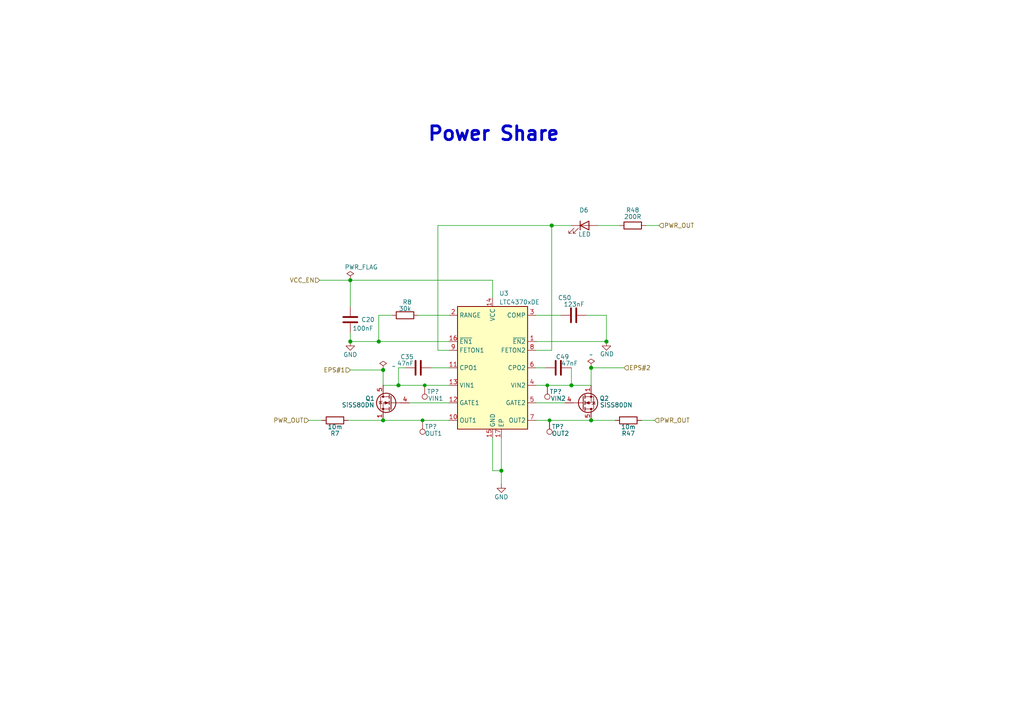
<source format=kicad_sch>
(kicad_sch (version 20211123) (generator eeschema)

  (uuid 2fea3fd4-eca3-456c-acc3-f7ff04372db3)

  (paper "A4")

  (lib_symbols
    (symbol "Connector:TestPoint" (pin_numbers hide) (pin_names (offset 0.762) hide) (in_bom yes) (on_board yes)
      (property "Reference" "TP" (id 0) (at 0 6.858 0)
        (effects (font (size 1.27 1.27)))
      )
      (property "Value" "TestPoint" (id 1) (at 0 5.08 0)
        (effects (font (size 1.27 1.27)))
      )
      (property "Footprint" "" (id 2) (at 5.08 0 0)
        (effects (font (size 1.27 1.27)) hide)
      )
      (property "Datasheet" "~" (id 3) (at 5.08 0 0)
        (effects (font (size 1.27 1.27)) hide)
      )
      (property "ki_keywords" "test point tp" (id 4) (at 0 0 0)
        (effects (font (size 1.27 1.27)) hide)
      )
      (property "ki_description" "test point" (id 5) (at 0 0 0)
        (effects (font (size 1.27 1.27)) hide)
      )
      (property "ki_fp_filters" "Pin* Test*" (id 6) (at 0 0 0)
        (effects (font (size 1.27 1.27)) hide)
      )
      (symbol "TestPoint_0_1"
        (circle (center 0 3.302) (radius 0.762)
          (stroke (width 0) (type default) (color 0 0 0 0))
          (fill (type none))
        )
      )
      (symbol "TestPoint_1_1"
        (pin passive line (at 0 0 90) (length 2.54)
          (name "1" (effects (font (size 1.27 1.27))))
          (number "1" (effects (font (size 1.27 1.27))))
        )
      )
    )
    (symbol "Device:C" (pin_numbers hide) (pin_names (offset 0.254)) (in_bom yes) (on_board yes)
      (property "Reference" "C" (id 0) (at 0.635 2.54 0)
        (effects (font (size 1.27 1.27)) (justify left))
      )
      (property "Value" "C" (id 1) (at 0.635 -2.54 0)
        (effects (font (size 1.27 1.27)) (justify left))
      )
      (property "Footprint" "" (id 2) (at 0.9652 -3.81 0)
        (effects (font (size 1.27 1.27)) hide)
      )
      (property "Datasheet" "~" (id 3) (at 0 0 0)
        (effects (font (size 1.27 1.27)) hide)
      )
      (property "ki_keywords" "cap capacitor" (id 4) (at 0 0 0)
        (effects (font (size 1.27 1.27)) hide)
      )
      (property "ki_description" "Unpolarized capacitor" (id 5) (at 0 0 0)
        (effects (font (size 1.27 1.27)) hide)
      )
      (property "ki_fp_filters" "C_*" (id 6) (at 0 0 0)
        (effects (font (size 1.27 1.27)) hide)
      )
      (symbol "C_0_1"
        (polyline
          (pts
            (xy -2.032 -0.762)
            (xy 2.032 -0.762)
          )
          (stroke (width 0.508) (type default) (color 0 0 0 0))
          (fill (type none))
        )
        (polyline
          (pts
            (xy -2.032 0.762)
            (xy 2.032 0.762)
          )
          (stroke (width 0.508) (type default) (color 0 0 0 0))
          (fill (type none))
        )
      )
      (symbol "C_1_1"
        (pin passive line (at 0 3.81 270) (length 2.794)
          (name "~" (effects (font (size 1.27 1.27))))
          (number "1" (effects (font (size 1.27 1.27))))
        )
        (pin passive line (at 0 -3.81 90) (length 2.794)
          (name "~" (effects (font (size 1.27 1.27))))
          (number "2" (effects (font (size 1.27 1.27))))
        )
      )
    )
    (symbol "Device:LED" (pin_numbers hide) (pin_names (offset 1.016) hide) (in_bom yes) (on_board yes)
      (property "Reference" "D" (id 0) (at 0 2.54 0)
        (effects (font (size 1.27 1.27)))
      )
      (property "Value" "LED" (id 1) (at 0 -2.54 0)
        (effects (font (size 1.27 1.27)))
      )
      (property "Footprint" "" (id 2) (at 0 0 0)
        (effects (font (size 1.27 1.27)) hide)
      )
      (property "Datasheet" "~" (id 3) (at 0 0 0)
        (effects (font (size 1.27 1.27)) hide)
      )
      (property "ki_keywords" "LED diode" (id 4) (at 0 0 0)
        (effects (font (size 1.27 1.27)) hide)
      )
      (property "ki_description" "Light emitting diode" (id 5) (at 0 0 0)
        (effects (font (size 1.27 1.27)) hide)
      )
      (property "ki_fp_filters" "LED* LED_SMD:* LED_THT:*" (id 6) (at 0 0 0)
        (effects (font (size 1.27 1.27)) hide)
      )
      (symbol "LED_0_1"
        (polyline
          (pts
            (xy -1.27 -1.27)
            (xy -1.27 1.27)
          )
          (stroke (width 0.254) (type default) (color 0 0 0 0))
          (fill (type none))
        )
        (polyline
          (pts
            (xy -1.27 0)
            (xy 1.27 0)
          )
          (stroke (width 0) (type default) (color 0 0 0 0))
          (fill (type none))
        )
        (polyline
          (pts
            (xy 1.27 -1.27)
            (xy 1.27 1.27)
            (xy -1.27 0)
            (xy 1.27 -1.27)
          )
          (stroke (width 0.254) (type default) (color 0 0 0 0))
          (fill (type none))
        )
        (polyline
          (pts
            (xy -3.048 -0.762)
            (xy -4.572 -2.286)
            (xy -3.81 -2.286)
            (xy -4.572 -2.286)
            (xy -4.572 -1.524)
          )
          (stroke (width 0) (type default) (color 0 0 0 0))
          (fill (type none))
        )
        (polyline
          (pts
            (xy -1.778 -0.762)
            (xy -3.302 -2.286)
            (xy -2.54 -2.286)
            (xy -3.302 -2.286)
            (xy -3.302 -1.524)
          )
          (stroke (width 0) (type default) (color 0 0 0 0))
          (fill (type none))
        )
      )
      (symbol "LED_1_1"
        (pin passive line (at -3.81 0 0) (length 2.54)
          (name "K" (effects (font (size 1.27 1.27))))
          (number "1" (effects (font (size 1.27 1.27))))
        )
        (pin passive line (at 3.81 0 180) (length 2.54)
          (name "A" (effects (font (size 1.27 1.27))))
          (number "2" (effects (font (size 1.27 1.27))))
        )
      )
    )
    (symbol "Device:R" (pin_numbers hide) (pin_names (offset 0)) (in_bom yes) (on_board yes)
      (property "Reference" "R" (id 0) (at 2.032 0 90)
        (effects (font (size 1.27 1.27)))
      )
      (property "Value" "R" (id 1) (at 0 0 90)
        (effects (font (size 1.27 1.27)))
      )
      (property "Footprint" "" (id 2) (at -1.778 0 90)
        (effects (font (size 1.27 1.27)) hide)
      )
      (property "Datasheet" "~" (id 3) (at 0 0 0)
        (effects (font (size 1.27 1.27)) hide)
      )
      (property "ki_keywords" "R res resistor" (id 4) (at 0 0 0)
        (effects (font (size 1.27 1.27)) hide)
      )
      (property "ki_description" "Resistor" (id 5) (at 0 0 0)
        (effects (font (size 1.27 1.27)) hide)
      )
      (property "ki_fp_filters" "R_*" (id 6) (at 0 0 0)
        (effects (font (size 1.27 1.27)) hide)
      )
      (symbol "R_0_1"
        (rectangle (start -1.016 -2.54) (end 1.016 2.54)
          (stroke (width 0.254) (type default) (color 0 0 0 0))
          (fill (type none))
        )
      )
      (symbol "R_1_1"
        (pin passive line (at 0 3.81 270) (length 1.27)
          (name "~" (effects (font (size 1.27 1.27))))
          (number "1" (effects (font (size 1.27 1.27))))
        )
        (pin passive line (at 0 -3.81 90) (length 1.27)
          (name "~" (effects (font (size 1.27 1.27))))
          (number "2" (effects (font (size 1.27 1.27))))
        )
      )
    )
    (symbol "Power_Management:LTC4370xDE" (in_bom yes) (on_board yes)
      (property "Reference" "U" (id 0) (at -8.89 19.05 0)
        (effects (font (size 1.27 1.27)))
      )
      (property "Value" "LTC4370xDE" (id 1) (at 7.62 19.05 0)
        (effects (font (size 1.27 1.27)))
      )
      (property "Footprint" "Package_DFN_QFN:DFN-16-1EP_3x4mm_P0.45mm_EP1.7x3.3mm" (id 2) (at 0 -22.86 0)
        (effects (font (size 1.27 1.27)) hide)
      )
      (property "Datasheet" "https://www.analog.com/media/en/technical-documentation/data-sheets/4370f.pdf" (id 3) (at 2.54 0 0)
        (effects (font (size 1.27 1.27)) hide)
      )
      (property "ki_keywords" "ideal-diode or-ing current sharing load balancing" (id 4) (at 0 0 0)
        (effects (font (size 1.27 1.27)) hide)
      )
      (property "ki_description" "OR Controller Current Sharing Controller N-Channel 2:1, DFN-16" (id 5) (at 0 0 0)
        (effects (font (size 1.27 1.27)) hide)
      )
      (property "ki_fp_filters" "DFN*1EP*3x4mm*P0.45mm*" (id 6) (at 0 0 0)
        (effects (font (size 1.27 1.27)) hide)
      )
      (symbol "LTC4370xDE_0_1"
        (rectangle (start -10.16 17.78) (end 10.16 -17.78)
          (stroke (width 0.254) (type default) (color 0 0 0 0))
          (fill (type background))
        )
      )
      (symbol "LTC4370xDE_1_1"
        (pin input line (at 12.7 7.62 180) (length 2.54)
          (name "~{EN2}" (effects (font (size 1.27 1.27))))
          (number "1" (effects (font (size 1.27 1.27))))
        )
        (pin input line (at -12.7 -15.24 0) (length 2.54)
          (name "OUT1" (effects (font (size 1.27 1.27))))
          (number "10" (effects (font (size 1.27 1.27))))
        )
        (pin passive line (at -12.7 0 0) (length 2.54)
          (name "CPO1" (effects (font (size 1.27 1.27))))
          (number "11" (effects (font (size 1.27 1.27))))
        )
        (pin output line (at -12.7 -10.16 0) (length 2.54)
          (name "GATE1" (effects (font (size 1.27 1.27))))
          (number "12" (effects (font (size 1.27 1.27))))
        )
        (pin power_in line (at -12.7 -5.08 0) (length 2.54)
          (name "VIN1" (effects (font (size 1.27 1.27))))
          (number "13" (effects (font (size 1.27 1.27))))
        )
        (pin power_in line (at 0 20.32 270) (length 2.54)
          (name "VCC" (effects (font (size 1.27 1.27))))
          (number "14" (effects (font (size 1.27 1.27))))
        )
        (pin power_in line (at 0 -20.32 90) (length 2.54)
          (name "GND" (effects (font (size 1.27 1.27))))
          (number "15" (effects (font (size 1.27 1.27))))
        )
        (pin input line (at -12.7 7.62 0) (length 2.54)
          (name "~{EN1}" (effects (font (size 1.27 1.27))))
          (number "16" (effects (font (size 1.27 1.27))))
        )
        (pin passive line (at 2.54 -20.32 90) (length 2.54)
          (name "EP" (effects (font (size 1.27 1.27))))
          (number "17" (effects (font (size 1.27 1.27))))
        )
        (pin passive line (at -12.7 15.24 0) (length 2.54)
          (name "RANGE" (effects (font (size 1.27 1.27))))
          (number "2" (effects (font (size 1.27 1.27))))
        )
        (pin passive line (at 12.7 15.24 180) (length 2.54)
          (name "COMP" (effects (font (size 1.27 1.27))))
          (number "3" (effects (font (size 1.27 1.27))))
        )
        (pin power_in line (at 12.7 -5.08 180) (length 2.54)
          (name "VIN2" (effects (font (size 1.27 1.27))))
          (number "4" (effects (font (size 1.27 1.27))))
        )
        (pin output line (at 12.7 -10.16 180) (length 2.54)
          (name "GATE2" (effects (font (size 1.27 1.27))))
          (number "5" (effects (font (size 1.27 1.27))))
        )
        (pin passive line (at 12.7 0 180) (length 2.54)
          (name "CPO2" (effects (font (size 1.27 1.27))))
          (number "6" (effects (font (size 1.27 1.27))))
        )
        (pin input line (at 12.7 -15.24 180) (length 2.54)
          (name "OUT2" (effects (font (size 1.27 1.27))))
          (number "7" (effects (font (size 1.27 1.27))))
        )
        (pin open_collector line (at 12.7 5.08 180) (length 2.54)
          (name "FETON2" (effects (font (size 1.27 1.27))))
          (number "8" (effects (font (size 1.27 1.27))))
        )
        (pin open_collector line (at -12.7 5.08 0) (length 2.54)
          (name "FETON1" (effects (font (size 1.27 1.27))))
          (number "9" (effects (font (size 1.27 1.27))))
        )
      )
    )
    (symbol "Transistor_FET:SiS454DN" (pin_names hide) (in_bom yes) (on_board yes)
      (property "Reference" "Q" (id 0) (at 5.08 1.905 0)
        (effects (font (size 1.27 1.27)) (justify left))
      )
      (property "Value" "SiS454DN" (id 1) (at 5.08 0 0)
        (effects (font (size 1.27 1.27)) (justify left))
      )
      (property "Footprint" "Package_SO:Vishay_PowerPAK_1212-8_Single" (id 2) (at 5.08 -1.905 0)
        (effects (font (size 1.27 1.27) italic) (justify left) hide)
      )
      (property "Datasheet" "https://www.vishay.com/docs/66707/sis454dn.pdf" (id 3) (at 0 0 0)
        (effects (font (size 1.27 1.27)) (justify left) hide)
      )
      (property "ki_keywords" "N-Channel MOSFET" (id 4) (at 0 0 0)
        (effects (font (size 1.27 1.27)) hide)
      )
      (property "ki_description" "35A Id, 20V Vds, N-Channel MOSFET, PowerPAK 1212-8 Single" (id 5) (at 0 0 0)
        (effects (font (size 1.27 1.27)) hide)
      )
      (property "ki_fp_filters" "Vishay*PowerPAK*1212*Single*" (id 6) (at 0 0 0)
        (effects (font (size 1.27 1.27)) hide)
      )
      (symbol "SiS454DN_0_1"
        (polyline
          (pts
            (xy 0.254 0)
            (xy -2.54 0)
          )
          (stroke (width 0) (type default) (color 0 0 0 0))
          (fill (type none))
        )
        (polyline
          (pts
            (xy 0.254 1.905)
            (xy 0.254 -1.905)
          )
          (stroke (width 0.254) (type default) (color 0 0 0 0))
          (fill (type none))
        )
        (polyline
          (pts
            (xy 0.762 -1.27)
            (xy 0.762 -2.286)
          )
          (stroke (width 0.254) (type default) (color 0 0 0 0))
          (fill (type none))
        )
        (polyline
          (pts
            (xy 0.762 0.508)
            (xy 0.762 -0.508)
          )
          (stroke (width 0.254) (type default) (color 0 0 0 0))
          (fill (type none))
        )
        (polyline
          (pts
            (xy 0.762 2.286)
            (xy 0.762 1.27)
          )
          (stroke (width 0.254) (type default) (color 0 0 0 0))
          (fill (type none))
        )
        (polyline
          (pts
            (xy 2.54 2.54)
            (xy 2.54 1.778)
          )
          (stroke (width 0) (type default) (color 0 0 0 0))
          (fill (type none))
        )
        (polyline
          (pts
            (xy 2.54 -2.54)
            (xy 2.54 0)
            (xy 0.762 0)
          )
          (stroke (width 0) (type default) (color 0 0 0 0))
          (fill (type none))
        )
        (polyline
          (pts
            (xy 0.762 -1.778)
            (xy 3.302 -1.778)
            (xy 3.302 1.778)
            (xy 0.762 1.778)
          )
          (stroke (width 0) (type default) (color 0 0 0 0))
          (fill (type none))
        )
        (polyline
          (pts
            (xy 1.016 0)
            (xy 2.032 0.381)
            (xy 2.032 -0.381)
            (xy 1.016 0)
          )
          (stroke (width 0) (type default) (color 0 0 0 0))
          (fill (type outline))
        )
        (polyline
          (pts
            (xy 2.794 0.508)
            (xy 2.921 0.381)
            (xy 3.683 0.381)
            (xy 3.81 0.254)
          )
          (stroke (width 0) (type default) (color 0 0 0 0))
          (fill (type none))
        )
        (polyline
          (pts
            (xy 3.302 0.381)
            (xy 2.921 -0.254)
            (xy 3.683 -0.254)
            (xy 3.302 0.381)
          )
          (stroke (width 0) (type default) (color 0 0 0 0))
          (fill (type none))
        )
        (circle (center 1.651 0) (radius 2.794)
          (stroke (width 0.254) (type default) (color 0 0 0 0))
          (fill (type none))
        )
        (circle (center 2.54 -1.778) (radius 0.254)
          (stroke (width 0) (type default) (color 0 0 0 0))
          (fill (type outline))
        )
        (circle (center 2.54 1.778) (radius 0.254)
          (stroke (width 0) (type default) (color 0 0 0 0))
          (fill (type outline))
        )
      )
      (symbol "SiS454DN_1_1"
        (pin passive line (at 2.54 -5.08 90) (length 2.54)
          (name "S" (effects (font (size 1.27 1.27))))
          (number "1" (effects (font (size 1.27 1.27))))
        )
        (pin passive line (at 2.54 -5.08 90) (length 2.54) hide
          (name "S" (effects (font (size 1.27 1.27))))
          (number "2" (effects (font (size 1.27 1.27))))
        )
        (pin passive line (at 2.54 -5.08 90) (length 2.54) hide
          (name "S" (effects (font (size 1.27 1.27))))
          (number "3" (effects (font (size 1.27 1.27))))
        )
        (pin input line (at -5.08 0 0) (length 2.54)
          (name "G" (effects (font (size 1.27 1.27))))
          (number "4" (effects (font (size 1.27 1.27))))
        )
        (pin passive line (at 2.54 5.08 270) (length 2.54)
          (name "D" (effects (font (size 1.27 1.27))))
          (number "5" (effects (font (size 1.27 1.27))))
        )
      )
    )
    (symbol "power:GND" (power) (pin_names (offset 0)) (in_bom yes) (on_board yes)
      (property "Reference" "#PWR" (id 0) (at 0 -6.35 0)
        (effects (font (size 1.27 1.27)) hide)
      )
      (property "Value" "GND" (id 1) (at 0 -3.81 0)
        (effects (font (size 1.27 1.27)))
      )
      (property "Footprint" "" (id 2) (at 0 0 0)
        (effects (font (size 1.27 1.27)) hide)
      )
      (property "Datasheet" "" (id 3) (at 0 0 0)
        (effects (font (size 1.27 1.27)) hide)
      )
      (property "ki_keywords" "power-flag" (id 4) (at 0 0 0)
        (effects (font (size 1.27 1.27)) hide)
      )
      (property "ki_description" "Power symbol creates a global label with name \"GND\" , ground" (id 5) (at 0 0 0)
        (effects (font (size 1.27 1.27)) hide)
      )
      (symbol "GND_0_1"
        (polyline
          (pts
            (xy 0 0)
            (xy 0 -1.27)
            (xy 1.27 -1.27)
            (xy 0 -2.54)
            (xy -1.27 -1.27)
            (xy 0 -1.27)
          )
          (stroke (width 0) (type default) (color 0 0 0 0))
          (fill (type none))
        )
      )
      (symbol "GND_1_1"
        (pin power_in line (at 0 0 270) (length 0) hide
          (name "GND" (effects (font (size 1.27 1.27))))
          (number "1" (effects (font (size 1.27 1.27))))
        )
      )
    )
    (symbol "power:PWR_FLAG" (power) (pin_numbers hide) (pin_names (offset 0) hide) (in_bom yes) (on_board yes)
      (property "Reference" "#FLG" (id 0) (at 0 1.905 0)
        (effects (font (size 1.27 1.27)) hide)
      )
      (property "Value" "PWR_FLAG" (id 1) (at 0 3.81 0)
        (effects (font (size 1.27 1.27)))
      )
      (property "Footprint" "" (id 2) (at 0 0 0)
        (effects (font (size 1.27 1.27)) hide)
      )
      (property "Datasheet" "~" (id 3) (at 0 0 0)
        (effects (font (size 1.27 1.27)) hide)
      )
      (property "ki_keywords" "power-flag" (id 4) (at 0 0 0)
        (effects (font (size 1.27 1.27)) hide)
      )
      (property "ki_description" "Special symbol for telling ERC where power comes from" (id 5) (at 0 0 0)
        (effects (font (size 1.27 1.27)) hide)
      )
      (symbol "PWR_FLAG_0_0"
        (pin power_out line (at 0 0 90) (length 0)
          (name "pwr" (effects (font (size 1.27 1.27))))
          (number "1" (effects (font (size 1.27 1.27))))
        )
      )
      (symbol "PWR_FLAG_0_1"
        (polyline
          (pts
            (xy 0 0)
            (xy 0 1.27)
            (xy -1.016 1.905)
            (xy 0 2.54)
            (xy 1.016 1.905)
            (xy 0 1.27)
          )
          (stroke (width 0) (type default) (color 0 0 0 0))
          (fill (type none))
        )
      )
    )
  )

  (junction (at 159.385 121.92) (diameter 0) (color 0 0 0 0)
    (uuid 08278bf4-f6e9-44ff-9adf-6e32e38a8a34)
  )
  (junction (at 101.6 99.06) (diameter 1.016) (color 0 0 0 0)
    (uuid 17ae423f-6f17-4fd2-aea5-d3d8c77fc776)
  )
  (junction (at 111.125 121.92) (diameter 1.016) (color 0 0 0 0)
    (uuid 1865e3cc-eab3-47af-9960-88cfba1e9259)
  )
  (junction (at 115.57 111.76) (diameter 1.016) (color 0 0 0 0)
    (uuid 557bb52d-e17c-47df-b43b-bdb1b2282920)
  )
  (junction (at 111.125 107.315) (diameter 1.016) (color 0 0 0 0)
    (uuid 7b5f62e2-70ca-4758-b159-c85e71374ff8)
  )
  (junction (at 109.855 99.06) (diameter 1.016) (color 0 0 0 0)
    (uuid 7e9e8112-44fc-4216-ac01-88d07c366d80)
  )
  (junction (at 158.75 111.76) (diameter 0) (color 0 0 0 0)
    (uuid b226a041-a7ec-42f9-8871-339a0bba8fd1)
  )
  (junction (at 123.19 111.76) (diameter 0) (color 0 0 0 0)
    (uuid bf81f6e2-ffb3-4e72-80b1-c468caaf1da9)
  )
  (junction (at 171.45 106.68) (diameter 1.016) (color 0 0 0 0)
    (uuid c1138cb6-aa60-4fae-9b51-8c58b8d505bb)
  )
  (junction (at 122.555 121.92) (diameter 0) (color 0 0 0 0)
    (uuid c7efea67-c5c9-4d4c-a7dc-1bcddab8c606)
  )
  (junction (at 101.6 81.28) (diameter 1.016) (color 0 0 0 0)
    (uuid cba8ab97-0377-43bd-bef7-6314ce99d4ae)
  )
  (junction (at 145.415 136.525) (diameter 1.016) (color 0 0 0 0)
    (uuid ce052e62-9895-4eaf-b763-02bb1f2f2fc0)
  )
  (junction (at 175.895 99.06) (diameter 1.016) (color 0 0 0 0)
    (uuid d4cd87e2-b977-4912-8c02-b958c3339182)
  )
  (junction (at 165.735 111.76) (diameter 1.016) (color 0 0 0 0)
    (uuid e2cf0e60-d46d-43a0-8c43-11f95b75bd32)
  )
  (junction (at 160.02 65.405) (diameter 1.016) (color 0 0 0 0)
    (uuid eacb8113-e0ce-4580-bfb3-1a131027d34b)
  )
  (junction (at 171.45 121.92) (diameter 1.016) (color 0 0 0 0)
    (uuid f3ba663e-8563-4c48-a8cc-72c18d8d96e8)
  )

  (wire (pts (xy 122.555 121.92) (xy 130.175 121.92))
    (stroke (width 0) (type solid) (color 0 0 0 0))
    (uuid 11acf68e-b267-4635-86b8-6f03c2c91aff)
  )
  (wire (pts (xy 101.6 96.52) (xy 101.6 99.06))
    (stroke (width 0) (type solid) (color 0 0 0 0))
    (uuid 15300c78-cac1-4acf-a248-1aea9c2f046d)
  )
  (wire (pts (xy 159.385 121.92) (xy 171.45 121.92))
    (stroke (width 0) (type solid) (color 0 0 0 0))
    (uuid 2a66cc3a-c090-4ce0-a61f-f7e30ae6a985)
  )
  (wire (pts (xy 155.575 106.68) (xy 158.115 106.68))
    (stroke (width 0) (type solid) (color 0 0 0 0))
    (uuid 321c3fc1-b22a-4f81-8032-1403298881b3)
  )
  (wire (pts (xy 165.735 106.68) (xy 165.735 111.76))
    (stroke (width 0) (type solid) (color 0 0 0 0))
    (uuid 358ae2b4-d39f-4313-8e8c-470a49c25681)
  )
  (wire (pts (xy 145.415 127) (xy 145.415 136.525))
    (stroke (width 0) (type solid) (color 0 0 0 0))
    (uuid 3a1f31d4-33bc-4227-ab03-87b9ec2cbe94)
  )
  (wire (pts (xy 145.415 136.525) (xy 145.415 140.335))
    (stroke (width 0) (type solid) (color 0 0 0 0))
    (uuid 3a1f31d4-33bc-4227-ab03-87b9ec2cbe95)
  )
  (wire (pts (xy 142.875 127) (xy 142.875 136.525))
    (stroke (width 0) (type solid) (color 0 0 0 0))
    (uuid 3b4a9caa-dc7b-4e2e-b2b0-90e7a81fe3fb)
  )
  (wire (pts (xy 115.57 106.68) (xy 115.57 111.76))
    (stroke (width 0) (type solid) (color 0 0 0 0))
    (uuid 43a23b2b-f932-4397-9c49-6a5c30c97413)
  )
  (wire (pts (xy 123.19 111.76) (xy 130.175 111.76))
    (stroke (width 0) (type solid) (color 0 0 0 0))
    (uuid 4d271c30-63f0-4082-8f97-4aaca832b92e)
  )
  (wire (pts (xy 127 101.6) (xy 127 65.405))
    (stroke (width 0) (type solid) (color 0 0 0 0))
    (uuid 5a5180e7-058f-4bb5-b0b4-ba1588e8a909)
  )
  (wire (pts (xy 130.175 101.6) (xy 127 101.6))
    (stroke (width 0) (type solid) (color 0 0 0 0))
    (uuid 5a5180e7-058f-4bb5-b0b4-ba1588e8a90a)
  )
  (wire (pts (xy 100.965 121.92) (xy 111.125 121.92))
    (stroke (width 0) (type solid) (color 0 0 0 0))
    (uuid 5c6c1697-d2e0-4a82-99b3-7a618c8827c3)
  )
  (wire (pts (xy 111.125 121.92) (xy 122.555 121.92))
    (stroke (width 0) (type solid) (color 0 0 0 0))
    (uuid 5c6c1697-d2e0-4a82-99b3-7a618c8827c4)
  )
  (wire (pts (xy 155.575 91.44) (xy 162.56 91.44))
    (stroke (width 0) (type solid) (color 0 0 0 0))
    (uuid 5daf77da-b4e9-4deb-a921-8bcf8f87a599)
  )
  (wire (pts (xy 173.355 65.405) (xy 179.705 65.405))
    (stroke (width 0) (type solid) (color 0 0 0 0))
    (uuid 5f7b8b2a-566c-49be-a5f6-0f2ec6835f49)
  )
  (wire (pts (xy 125.095 106.68) (xy 130.175 106.68))
    (stroke (width 0) (type solid) (color 0 0 0 0))
    (uuid 6e5cbb8d-b7f7-4819-b76c-658f0b1d3cfd)
  )
  (wire (pts (xy 101.6 81.28) (xy 142.875 81.28))
    (stroke (width 0) (type solid) (color 0 0 0 0))
    (uuid 82d80e64-058a-4fbe-bd4a-161d76b6630c)
  )
  (wire (pts (xy 101.6 88.9) (xy 101.6 81.28))
    (stroke (width 0) (type solid) (color 0 0 0 0))
    (uuid 82d80e64-058a-4fbe-bd4a-161d76b6630d)
  )
  (wire (pts (xy 186.055 121.92) (xy 189.865 121.92))
    (stroke (width 0) (type solid) (color 0 0 0 0))
    (uuid 8ef31014-c534-4826-8fee-a20c34bc77de)
  )
  (wire (pts (xy 165.735 65.405) (xy 160.02 65.405))
    (stroke (width 0) (type solid) (color 0 0 0 0))
    (uuid 9353fa21-7e96-4086-b175-fb2a1e911709)
  )
  (wire (pts (xy 121.285 91.44) (xy 130.175 91.44))
    (stroke (width 0) (type solid) (color 0 0 0 0))
    (uuid 93863061-216d-41c3-9afc-e391c40acd06)
  )
  (wire (pts (xy 180.975 106.68) (xy 171.45 106.68))
    (stroke (width 0) (type solid) (color 0 0 0 0))
    (uuid 99755dbb-9003-4bba-893a-d14708584fcf)
  )
  (wire (pts (xy 101.6 99.06) (xy 109.855 99.06))
    (stroke (width 0) (type solid) (color 0 0 0 0))
    (uuid 9979c2aa-e757-491a-8c78-340bc08424f0)
  )
  (wire (pts (xy 142.875 136.525) (xy 145.415 136.525))
    (stroke (width 0) (type solid) (color 0 0 0 0))
    (uuid 9d76852f-8a6b-42ef-a9dc-e7e4f3b042cb)
  )
  (wire (pts (xy 109.855 91.44) (xy 109.855 99.06))
    (stroke (width 0) (type solid) (color 0 0 0 0))
    (uuid a37118e8-d843-457a-a79f-f277e827b176)
  )
  (wire (pts (xy 109.855 99.06) (xy 130.175 99.06))
    (stroke (width 0) (type solid) (color 0 0 0 0))
    (uuid a37118e8-d843-457a-a79f-f277e827b177)
  )
  (wire (pts (xy 113.665 91.44) (xy 109.855 91.44))
    (stroke (width 0) (type solid) (color 0 0 0 0))
    (uuid a37118e8-d843-457a-a79f-f277e827b178)
  )
  (wire (pts (xy 187.325 65.405) (xy 191.135 65.405))
    (stroke (width 0) (type solid) (color 0 0 0 0))
    (uuid ab05231b-ad2a-4d83-a20f-22d728d44de6)
  )
  (wire (pts (xy 111.125 107.315) (xy 111.125 111.76))
    (stroke (width 0) (type solid) (color 0 0 0 0))
    (uuid acf55831-8b38-46a4-8c4a-0d417568a7d8)
  )
  (wire (pts (xy 142.875 86.36) (xy 142.875 81.28))
    (stroke (width 0) (type solid) (color 0 0 0 0))
    (uuid b14f2a9a-d3bb-4e86-b583-08285da827ee)
  )
  (wire (pts (xy 155.575 99.06) (xy 175.895 99.06))
    (stroke (width 0) (type solid) (color 0 0 0 0))
    (uuid b292fb52-6cf0-46cc-9b93-016425ff7080)
  )
  (wire (pts (xy 117.475 106.68) (xy 115.57 106.68))
    (stroke (width 0) (type solid) (color 0 0 0 0))
    (uuid b2ca5036-395e-44a5-ad45-e3edad20198a)
  )
  (wire (pts (xy 118.745 116.84) (xy 130.175 116.84))
    (stroke (width 0) (type solid) (color 0 0 0 0))
    (uuid bd949ea8-5a40-473d-be33-cfbdfe83f36f)
  )
  (wire (pts (xy 170.18 91.44) (xy 175.895 91.44))
    (stroke (width 0) (type solid) (color 0 0 0 0))
    (uuid c3eae586-c7fc-4357-acc6-9fa53de3fa71)
  )
  (wire (pts (xy 175.895 91.44) (xy 175.895 99.06))
    (stroke (width 0) (type solid) (color 0 0 0 0))
    (uuid c3eae586-c7fc-4357-acc6-9fa53de3fa72)
  )
  (wire (pts (xy 101.6 107.315) (xy 111.125 107.315))
    (stroke (width 0) (type solid) (color 0 0 0 0))
    (uuid c50d297c-c1bd-405c-8309-919ea05d2f65)
  )
  (wire (pts (xy 93.345 121.92) (xy 89.535 121.92))
    (stroke (width 0) (type solid) (color 0 0 0 0))
    (uuid c54615ad-d7cf-4160-92f4-49ea5a14b8f6)
  )
  (wire (pts (xy 111.125 111.76) (xy 115.57 111.76))
    (stroke (width 0) (type solid) (color 0 0 0 0))
    (uuid d7ab8398-447c-43b1-b3bc-83ace0a24285)
  )
  (wire (pts (xy 115.57 111.76) (xy 123.19 111.76))
    (stroke (width 0) (type solid) (color 0 0 0 0))
    (uuid d7ab8398-447c-43b1-b3bc-83ace0a24286)
  )
  (wire (pts (xy 155.575 101.6) (xy 160.02 101.6))
    (stroke (width 0) (type solid) (color 0 0 0 0))
    (uuid db0662e3-a04a-464a-8087-6a6fd89d6467)
  )
  (wire (pts (xy 160.02 65.405) (xy 127 65.405))
    (stroke (width 0) (type solid) (color 0 0 0 0))
    (uuid db0662e3-a04a-464a-8087-6a6fd89d6468)
  )
  (wire (pts (xy 160.02 101.6) (xy 160.02 65.405))
    (stroke (width 0) (type solid) (color 0 0 0 0))
    (uuid db0662e3-a04a-464a-8087-6a6fd89d6469)
  )
  (wire (pts (xy 155.575 111.76) (xy 158.75 111.76))
    (stroke (width 0) (type solid) (color 0 0 0 0))
    (uuid e002972f-c1db-4644-85c4-55672037a657)
  )
  (wire (pts (xy 165.735 111.76) (xy 171.45 111.76))
    (stroke (width 0) (type solid) (color 0 0 0 0))
    (uuid e002972f-c1db-4644-85c4-55672037a658)
  )
  (wire (pts (xy 92.71 81.28) (xy 101.6 81.28))
    (stroke (width 0) (type solid) (color 0 0 0 0))
    (uuid e34d454f-c60d-42a3-a151-2103ea267148)
  )
  (wire (pts (xy 171.45 106.68) (xy 171.45 111.76))
    (stroke (width 0) (type solid) (color 0 0 0 0))
    (uuid ebc26132-88d1-40c0-abf8-0cd245ef422b)
  )
  (wire (pts (xy 155.575 116.84) (xy 163.83 116.84))
    (stroke (width 0) (type solid) (color 0 0 0 0))
    (uuid ed4495a5-66e2-48b5-9929-b91130bf244e)
  )
  (wire (pts (xy 155.575 121.92) (xy 159.385 121.92))
    (stroke (width 0) (type solid) (color 0 0 0 0))
    (uuid fa55f18e-7f67-4861-bd6e-e6bb153ea2cb)
  )
  (wire (pts (xy 171.45 121.92) (xy 178.435 121.92))
    (stroke (width 0) (type solid) (color 0 0 0 0))
    (uuid fa55f18e-7f67-4861-bd6e-e6bb153ea2cc)
  )
  (wire (pts (xy 158.75 111.76) (xy 165.735 111.76))
    (stroke (width 0) (type solid) (color 0 0 0 0))
    (uuid fcb4d5e4-47ec-4be4-9a81-c261c8e6d062)
  )

  (text "Power Share" (at 123.825 41.275 0)
    (effects (font (size 4 4) (thickness 0.8) bold) (justify left bottom))
    (uuid f12f9177-daaa-4d26-9876-f2af60b27492)
  )

  (hierarchical_label "VCC_EN" (shape input) (at 92.71 81.28 180)
    (effects (font (size 1.27 1.27)) (justify right))
    (uuid 01531d62-ea5b-4514-b251-4e14eb2294a5)
  )
  (hierarchical_label "PWR_OUT" (shape input) (at 89.535 121.92 180)
    (effects (font (size 1.27 1.27)) (justify right))
    (uuid 32f2ea97-3b5d-4b13-b59c-d470bb5f701e)
  )
  (hierarchical_label "PWR_OUT" (shape input) (at 189.865 121.92 0)
    (effects (font (size 1.27 1.27)) (justify left))
    (uuid 42b803df-e3e3-47f1-abf1-d1243ccbb9e2)
  )
  (hierarchical_label "PWR_OUT" (shape input) (at 191.135 65.405 0)
    (effects (font (size 1.27 1.27)) (justify left))
    (uuid b609a8d0-0802-4762-9183-f4da6101cc9b)
  )
  (hierarchical_label "EPS#2" (shape input) (at 180.975 106.68 0)
    (effects (font (size 1.27 1.27)) (justify left))
    (uuid c46bc12c-424d-421c-b02f-6d8c1cbb65c2)
  )
  (hierarchical_label "EPS#1" (shape input) (at 101.6 107.315 180)
    (effects (font (size 1.27 1.27)) (justify right))
    (uuid d92476d0-9759-4944-99bd-7c11a2528abb)
  )

  (symbol (lib_id "Transistor_FET:SiS454DN") (at 113.665 116.84 0) (mirror y)
    (in_bom yes) (on_board yes)
    (uuid 1231c43f-14ca-47cc-9675-e5654a66914e)
    (property "Reference" "Q1" (id 0) (at 107.315 115.57 0))
    (property "Value" "SiSS80DN" (id 1) (at 108.585 117.475 0)
      (effects (font (size 1.27 1.27)) (justify left))
    )
    (property "Footprint" "Package_SO:Vishay_PowerPAK_1212-8_Single" (id 2) (at 108.585 118.745 0)
      (effects (font (size 1.27 1.27) italic) (justify left) hide)
    )
    (property "Datasheet" "https://www.vishay.com/docs/66707/sis454dn.pdf" (id 3) (at 113.665 116.84 0)
      (effects (font (size 1.27 1.27)) (justify left) hide)
    )
    (pin "1" (uuid 44bc5832-053e-418c-881c-29fee48e7b81))
    (pin "2" (uuid b9eb8bdd-2d5e-43b5-a1d2-7234d0e22a48))
    (pin "3" (uuid a143eee7-36e4-4513-899e-68801f936d74))
    (pin "4" (uuid bbd01e7b-2b1f-405e-863c-19a7db076e73))
    (pin "5" (uuid 435bbab1-1502-405d-a6dd-79d0841cd662))
  )

  (symbol (lib_id "Transistor_FET:SiS454DN") (at 168.91 116.84 0) (mirror x)
    (in_bom yes) (on_board yes)
    (uuid 17ddf7e8-eb96-4a18-9066-e11ac3a15cf4)
    (property "Reference" "Q2" (id 0) (at 175.26 115.57 0))
    (property "Value" "SiSS80DN" (id 1) (at 173.99 117.475 0)
      (effects (font (size 1.27 1.27)) (justify left))
    )
    (property "Footprint" "Package_SO:Vishay_PowerPAK_1212-8_Single" (id 2) (at 173.99 114.935 0)
      (effects (font (size 1.27 1.27) italic) (justify left) hide)
    )
    (property "Datasheet" "https://www.vishay.com/docs/66707/sis454dn.pdf" (id 3) (at 168.91 116.84 0)
      (effects (font (size 1.27 1.27)) (justify left) hide)
    )
    (pin "1" (uuid 8b2905cd-6fb7-4442-8990-2741199458cd))
    (pin "2" (uuid b5569d73-0f9c-4a4a-8516-d05cc00134d6))
    (pin "3" (uuid 05c9a1d7-5317-495d-8a84-66f86a0501b0))
    (pin "4" (uuid 4fb88fa6-a5b9-4ef9-9e4a-079336b252de))
    (pin "5" (uuid b2606725-5817-4b4f-bbb6-aef61bc922d2))
  )

  (symbol (lib_id "Device:R") (at 117.475 91.44 90)
    (in_bom yes) (on_board yes)
    (uuid 192c29fe-4174-40bd-a33c-5a56fe839628)
    (property "Reference" "R8" (id 0) (at 118.11 87.63 90))
    (property "Value" "30k" (id 1) (at 117.475 89.535 90))
    (property "Footprint" "Resistor_SMD:R_0603_1608Metric" (id 2) (at 117.475 93.218 90)
      (effects (font (size 1.27 1.27)) hide)
    )
    (property "Datasheet" "~" (id 3) (at 117.475 91.44 0)
      (effects (font (size 1.27 1.27)) hide)
    )
    (pin "1" (uuid 8725755b-f694-4a2f-887b-6a2d2309295f))
    (pin "2" (uuid 2982ebac-034f-4118-a272-f8166ed73bfc))
  )

  (symbol (lib_id "Device:C") (at 166.37 91.44 90)
    (in_bom yes) (on_board yes)
    (uuid 1a676e0a-4012-4c1c-9ef1-562c2faae053)
    (property "Reference" "C50" (id 0) (at 165.7349 86.36 90)
      (effects (font (size 1.27 1.27)) (justify left))
    )
    (property "Value" "123nF" (id 1) (at 169.545 88.265 90)
      (effects (font (size 1.27 1.27)) (justify left))
    )
    (property "Footprint" "Capacitor_SMD:C_0603_1608Metric" (id 2) (at 170.18 90.4748 0)
      (effects (font (size 1.27 1.27)) hide)
    )
    (property "Datasheet" "~" (id 3) (at 166.37 91.44 0)
      (effects (font (size 1.27 1.27)) hide)
    )
    (pin "1" (uuid 569428b6-6b89-453c-a7e3-00a314ffeb05))
    (pin "2" (uuid c01e21ae-a884-45e9-b1c4-c6b9c91c8ef1))
  )

  (symbol (lib_id "Connector:TestPoint") (at 159.385 121.92 180)
    (in_bom yes) (on_board yes)
    (uuid 304f25fe-e38d-4377-b8f1-26289354f05c)
    (property "Reference" "TP?" (id 0) (at 160.02 123.7614 0)
      (effects (font (size 1.27 1.27)) (justify right))
    )
    (property "Value" "OUT2" (id 1) (at 162.56 125.73 0))
    (property "Footprint" "" (id 2) (at 154.305 121.92 0)
      (effects (font (size 1.27 1.27)) hide)
    )
    (property "Datasheet" "~" (id 3) (at 154.305 121.92 0)
      (effects (font (size 1.27 1.27)) hide)
    )
    (pin "1" (uuid 358414db-7f31-4504-a43d-29c53be1cc33))
  )

  (symbol (lib_id "Device:C") (at 101.6 92.71 0)
    (in_bom yes) (on_board yes)
    (uuid 3ae5819c-1841-4d9f-b404-6f1058ae3a5f)
    (property "Reference" "C20" (id 0) (at 104.775 92.7099 0)
      (effects (font (size 1.27 1.27)) (justify left))
    )
    (property "Value" "100nF" (id 1) (at 102.235 95.25 0)
      (effects (font (size 1.27 1.27)) (justify left))
    )
    (property "Footprint" "Capacitor_SMD:C_0603_1608Metric" (id 2) (at 102.5652 96.52 0)
      (effects (font (size 1.27 1.27)) hide)
    )
    (property "Datasheet" "~" (id 3) (at 101.6 92.71 0)
      (effects (font (size 1.27 1.27)) hide)
    )
    (pin "1" (uuid e9c5edea-5a0a-4745-9e80-06955b088c82))
    (pin "2" (uuid db4e97fb-f3bf-47e9-8d69-566d33c4b080))
  )

  (symbol (lib_id "Device:R") (at 183.515 65.405 90)
    (in_bom yes) (on_board yes)
    (uuid 441d5e74-e8de-413e-8e56-906f5a5e6c53)
    (property "Reference" "R48" (id 0) (at 183.515 60.96 90))
    (property "Value" "200R" (id 1) (at 183.515 62.865 90))
    (property "Footprint" "Inductor_SMD:L_0603_1608Metric" (id 2) (at 183.515 67.183 90)
      (effects (font (size 1.27 1.27)) hide)
    )
    (property "Datasheet" "~" (id 3) (at 183.515 65.405 0)
      (effects (font (size 1.27 1.27)) hide)
    )
    (pin "1" (uuid 44acb54c-aef3-4955-9bfb-226f108adaca))
    (pin "2" (uuid 290d39a1-878e-4b3a-b8a2-66f72bdaf90c))
  )

  (symbol (lib_id "Connector:TestPoint") (at 122.555 121.92 180)
    (in_bom yes) (on_board yes)
    (uuid 4be1be59-191f-4e68-88ec-9dc9ef6dd51c)
    (property "Reference" "TP?" (id 0) (at 123.19 123.7614 0)
      (effects (font (size 1.27 1.27)) (justify right))
    )
    (property "Value" "OUT1" (id 1) (at 125.73 125.73 0))
    (property "Footprint" "" (id 2) (at 117.475 121.92 0)
      (effects (font (size 1.27 1.27)) hide)
    )
    (property "Datasheet" "~" (id 3) (at 117.475 121.92 0)
      (effects (font (size 1.27 1.27)) hide)
    )
    (pin "1" (uuid f14bb4ef-adf9-49ab-b66a-2279de964e58))
  )

  (symbol (lib_id "power:GND") (at 101.6 99.06 0)
    (in_bom yes) (on_board yes) (fields_autoplaced)
    (uuid 53e26ade-bd9c-4446-97fa-2670d06dcf2a)
    (property "Reference" "#PWR0158" (id 0) (at 101.6 105.41 0)
      (effects (font (size 1.27 1.27)) hide)
    )
    (property "Value" "GND" (id 1) (at 101.6 102.87 0))
    (property "Footprint" "" (id 2) (at 101.6 99.06 0)
      (effects (font (size 1.27 1.27)) hide)
    )
    (property "Datasheet" "" (id 3) (at 101.6 99.06 0)
      (effects (font (size 1.27 1.27)) hide)
    )
    (pin "1" (uuid 301e46f8-986b-4ee7-a186-8a726ddb27d6))
  )

  (symbol (lib_id "power:PWR_FLAG") (at 101.6 81.28 0)
    (in_bom yes) (on_board yes)
    (uuid 71b2073a-7077-427a-8045-1bf51c525599)
    (property "Reference" "#FLG0104" (id 0) (at 101.6 79.375 0)
      (effects (font (size 1.27 1.27)) hide)
    )
    (property "Value" "PWR_FLAG" (id 1) (at 104.775 77.47 0))
    (property "Footprint" "" (id 2) (at 101.6 81.28 0)
      (effects (font (size 1.27 1.27)) hide)
    )
    (property "Datasheet" "~" (id 3) (at 101.6 81.28 0)
      (effects (font (size 1.27 1.27)) hide)
    )
    (pin "1" (uuid 4a86ef53-4bf3-4943-b88b-4adc3c065b6a))
  )

  (symbol (lib_id "Device:R") (at 97.155 121.92 90)
    (in_bom yes) (on_board yes)
    (uuid 7668c40f-9ef7-464e-ae85-6d281af3ee93)
    (property "Reference" "R7" (id 0) (at 97.155 125.73 90))
    (property "Value" "10m" (id 1) (at 97.155 123.825 90))
    (property "Footprint" "Resistor_SMD:R_0603_1608Metric" (id 2) (at 97.155 123.698 90)
      (effects (font (size 1.27 1.27)) hide)
    )
    (property "Datasheet" "~" (id 3) (at 97.155 121.92 0)
      (effects (font (size 1.27 1.27)) hide)
    )
    (pin "1" (uuid fa5be791-d545-47c7-a098-6d6be824a2d2))
    (pin "2" (uuid e2e30088-4507-4117-b87a-0702e7155cbd))
  )

  (symbol (lib_id "Device:C") (at 161.925 106.68 90)
    (in_bom yes) (on_board yes)
    (uuid 79928b8a-8bc5-48fe-8c09-b41a51726282)
    (property "Reference" "C49" (id 0) (at 165.0999 103.505 90)
      (effects (font (size 1.27 1.27)) (justify left))
    )
    (property "Value" "47nF" (id 1) (at 167.64 105.41 90)
      (effects (font (size 1.27 1.27)) (justify left))
    )
    (property "Footprint" "Capacitor_SMD:C_0603_1608Metric" (id 2) (at 165.735 105.7148 0)
      (effects (font (size 1.27 1.27)) hide)
    )
    (property "Datasheet" "~" (id 3) (at 161.925 106.68 0)
      (effects (font (size 1.27 1.27)) hide)
    )
    (pin "1" (uuid da5518c0-b9ae-4414-8e48-cfa4dc548d29))
    (pin "2" (uuid 59762512-e44e-43ba-9f24-0a9361736925))
  )

  (symbol (lib_id "power:GND") (at 175.895 99.06 0)
    (in_bom yes) (on_board yes)
    (uuid 92aa3ac5-461e-4a43-803d-9ee73ccf5438)
    (property "Reference" "#PWR0160" (id 0) (at 175.895 105.41 0)
      (effects (font (size 1.27 1.27)) hide)
    )
    (property "Value" "GND" (id 1) (at 173.99 102.6794 0)
      (effects (font (size 1.27 1.27)) (justify left))
    )
    (property "Footprint" "" (id 2) (at 175.895 99.06 0)
      (effects (font (size 1.27 1.27)) hide)
    )
    (property "Datasheet" "" (id 3) (at 175.895 99.06 0)
      (effects (font (size 1.27 1.27)) hide)
    )
    (pin "1" (uuid a5fc5832-38e9-4307-adff-d71be9d1e614))
  )

  (symbol (lib_id "power:PWR_FLAG") (at 111.125 107.315 0)
    (in_bom yes) (on_board yes) (fields_autoplaced)
    (uuid 9e489abf-02a5-4f2c-b016-3c37c8428006)
    (property "Reference" "#FLG0102" (id 0) (at 111.125 105.41 0)
      (effects (font (size 1.27 1.27)) hide)
    )
    (property "Value" "~" (id 1) (at 113.665 106.2354 0)
      (effects (font (size 1.27 1.27)) (justify left))
    )
    (property "Footprint" "" (id 2) (at 111.125 107.315 0)
      (effects (font (size 1.27 1.27)) hide)
    )
    (property "Datasheet" "~" (id 3) (at 111.125 107.315 0)
      (effects (font (size 1.27 1.27)) hide)
    )
    (pin "1" (uuid 3fd19c28-e650-4421-8314-c2a0e3c79d84))
  )

  (symbol (lib_id "Device:R") (at 182.245 121.92 270)
    (in_bom yes) (on_board yes)
    (uuid b52e8e8e-da58-4f75-bc39-6f4fede7a32c)
    (property "Reference" "R47" (id 0) (at 182.245 125.73 90))
    (property "Value" "10m" (id 1) (at 182.245 123.825 90))
    (property "Footprint" "Resistor_SMD:R_0603_1608Metric" (id 2) (at 182.245 120.142 90)
      (effects (font (size 1.27 1.27)) hide)
    )
    (property "Datasheet" "~" (id 3) (at 182.245 121.92 0)
      (effects (font (size 1.27 1.27)) hide)
    )
    (pin "1" (uuid 94592f66-6160-443d-adfd-cfd6a759a9da))
    (pin "2" (uuid 3e2a0515-2f06-450a-85a2-46642dd6bcf9))
  )

  (symbol (lib_id "power:PWR_FLAG") (at 171.45 106.68 0)
    (in_bom yes) (on_board yes) (fields_autoplaced)
    (uuid c6054f26-cf31-40c9-8cfb-713768c32b4a)
    (property "Reference" "#FLG0105" (id 0) (at 171.45 104.775 0)
      (effects (font (size 1.27 1.27)) hide)
    )
    (property "Value" "~" (id 1) (at 171.45 102.87 0))
    (property "Footprint" "" (id 2) (at 171.45 106.68 0)
      (effects (font (size 1.27 1.27)) hide)
    )
    (property "Datasheet" "~" (id 3) (at 171.45 106.68 0)
      (effects (font (size 1.27 1.27)) hide)
    )
    (pin "1" (uuid f9c42411-0d7a-4f8f-9739-c423c9a80a13))
  )

  (symbol (lib_id "Connector:TestPoint") (at 123.19 111.76 180)
    (in_bom yes) (on_board yes)
    (uuid cac0bb29-d39d-4fdc-b6eb-30f19a995d23)
    (property "Reference" "TP?" (id 0) (at 123.825 113.6014 0)
      (effects (font (size 1.27 1.27)) (justify right))
    )
    (property "Value" "VIN1" (id 1) (at 126.365 115.57 0))
    (property "Footprint" "" (id 2) (at 118.11 111.76 0)
      (effects (font (size 1.27 1.27)) hide)
    )
    (property "Datasheet" "~" (id 3) (at 118.11 111.76 0)
      (effects (font (size 1.27 1.27)) hide)
    )
    (pin "1" (uuid 9f74662d-407f-4bdb-b94d-ea07a7be9030))
  )

  (symbol (lib_id "Device:LED") (at 169.545 65.405 0)
    (in_bom yes) (on_board yes) (fields_autoplaced)
    (uuid cdfa9e5f-661f-4cfc-ac79-74c1592e7e47)
    (property "Reference" "D6" (id 0) (at 169.3545 60.96 0))
    (property "Value" "LED" (id 1) (at 169.545 67.945 0))
    (property "Footprint" "LED_SMD:LED_0603_1608Metric" (id 2) (at 169.545 65.405 0)
      (effects (font (size 1.27 1.27)) hide)
    )
    (property "Datasheet" "~" (id 3) (at 169.545 65.405 0)
      (effects (font (size 1.27 1.27)) hide)
    )
    (pin "1" (uuid e27922c5-54d6-4dfc-8bf9-c9a7e8dd0f99))
    (pin "2" (uuid 0e1ca2d1-204e-4531-b099-37bd11b2c827))
  )

  (symbol (lib_id "Connector:TestPoint") (at 158.75 111.76 180)
    (in_bom yes) (on_board yes)
    (uuid d8d04eb0-7ed8-4205-bb00-15d7a4a02a43)
    (property "Reference" "TP?" (id 0) (at 159.385 113.6014 0)
      (effects (font (size 1.27 1.27)) (justify right))
    )
    (property "Value" "VIN2" (id 1) (at 161.925 115.57 0))
    (property "Footprint" "" (id 2) (at 153.67 111.76 0)
      (effects (font (size 1.27 1.27)) hide)
    )
    (property "Datasheet" "~" (id 3) (at 153.67 111.76 0)
      (effects (font (size 1.27 1.27)) hide)
    )
    (pin "1" (uuid ce454572-5eb0-4a99-9545-c9ff677ced47))
  )

  (symbol (lib_id "Power_Management:LTC4370xDE") (at 142.875 106.68 0)
    (in_bom yes) (on_board yes)
    (uuid dd4673e5-88b8-4bb8-94af-40b6837b93f2)
    (property "Reference" "U3" (id 0) (at 144.7799 85.09 0)
      (effects (font (size 1.27 1.27)) (justify left))
    )
    (property "Value" "LTC4370xDE" (id 1) (at 144.7799 87.63 0)
      (effects (font (size 1.27 1.27)) (justify left))
    )
    (property "Footprint" "Package_DFN_QFN:DFN-16-1EP_3x4mm_P0.45mm_EP1.7x3.3mm" (id 2) (at 142.875 129.54 0)
      (effects (font (size 1.27 1.27)) hide)
    )
    (property "Datasheet" "https://www.analog.com/media/en/technical-documentation/data-sheets/4370f.pdf" (id 3) (at 145.415 106.68 0)
      (effects (font (size 1.27 1.27)) hide)
    )
    (pin "1" (uuid d97b5845-6644-447c-9f78-313a474e567e))
    (pin "10" (uuid 4699edcb-402f-4b11-823b-a2598fcc1e17))
    (pin "11" (uuid 3368814b-69c3-43c4-8b48-94a0e9dfcc05))
    (pin "12" (uuid 79dea831-7c3f-4f5a-9e5a-aab50653a2ec))
    (pin "13" (uuid 7468d397-4905-4271-9729-c2cf02e871be))
    (pin "14" (uuid ee42bd39-9554-4f7d-9688-e80e94160b82))
    (pin "15" (uuid 04c0cfd2-8aa1-446e-b61d-4657d98aacf1))
    (pin "16" (uuid 90547126-2f75-48ed-be57-12027c91d2f5))
    (pin "17" (uuid 2722d822-e984-4839-9a17-821c271fad33))
    (pin "2" (uuid 5bfdb129-6728-4e75-baed-b56d0a904691))
    (pin "3" (uuid 9a020aea-722a-4316-9950-7f8a1331f76a))
    (pin "4" (uuid d96954d4-1ac0-49ae-981e-bc5a8df27424))
    (pin "5" (uuid 8c70192e-a570-4756-860c-b654efea20f7))
    (pin "6" (uuid 80050a10-235f-4950-ad32-8cba11cde28f))
    (pin "7" (uuid 2596dd50-a555-4184-b224-c00f3e840a09))
    (pin "8" (uuid 5b6ceab7-fa0a-4bde-ac3e-3f4561603dd3))
    (pin "9" (uuid 76fa91d8-4121-49d1-a4a2-a09b4e76314f))
  )

  (symbol (lib_id "power:GND") (at 145.415 140.335 0)
    (in_bom yes) (on_board yes) (fields_autoplaced)
    (uuid dec39de5-aafc-441f-a04c-fb269706ed95)
    (property "Reference" "#PWR0159" (id 0) (at 145.415 146.685 0)
      (effects (font (size 1.27 1.27)) hide)
    )
    (property "Value" "GND" (id 1) (at 145.415 144.145 0))
    (property "Footprint" "" (id 2) (at 145.415 140.335 0)
      (effects (font (size 1.27 1.27)) hide)
    )
    (property "Datasheet" "" (id 3) (at 145.415 140.335 0)
      (effects (font (size 1.27 1.27)) hide)
    )
    (pin "1" (uuid a2c685c6-fed9-4e05-87bc-737a46811c9e))
  )

  (symbol (lib_id "Device:C") (at 121.285 106.68 90)
    (in_bom yes) (on_board yes)
    (uuid e0e8a56c-3d12-4e7d-a385-ce2224df7688)
    (property "Reference" "C35" (id 0) (at 120.0149 103.505 90)
      (effects (font (size 1.27 1.27)) (justify left))
    )
    (property "Value" "47nF" (id 1) (at 120.015 105.41 90)
      (effects (font (size 1.27 1.27)) (justify left))
    )
    (property "Footprint" "Capacitor_SMD:C_0603_1608Metric" (id 2) (at 125.095 105.7148 0)
      (effects (font (size 1.27 1.27)) hide)
    )
    (property "Datasheet" "~" (id 3) (at 121.285 106.68 0)
      (effects (font (size 1.27 1.27)) hide)
    )
    (pin "1" (uuid 5cd32f1e-f5ac-4768-9842-c970a8cb94d8))
    (pin "2" (uuid c61c5036-a388-4e71-b8e1-6c571b624608))
  )
)

</source>
